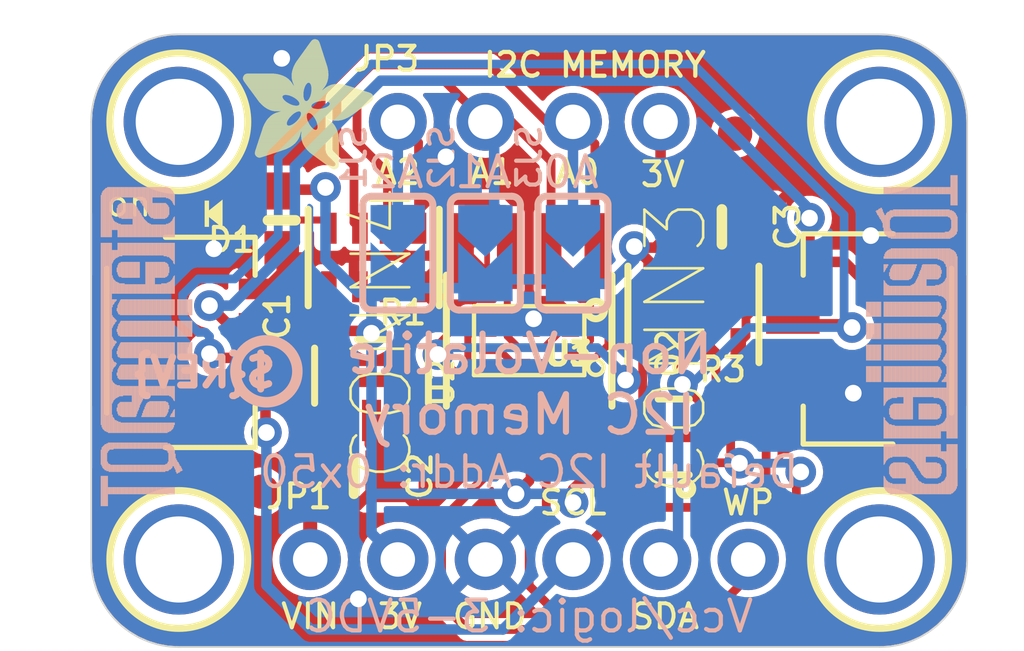
<source format=kicad_pcb>
(kicad_pcb (version 20221018) (generator pcbnew)
  (layers (0 "F.Cu" signal) (31 "B.Cu" signal) (34 "B.Paste" user) (35 "F.Paste" user) (36 "B.SilkS" user "B.Silkscreen") (37 "F.SilkS" user "F.Silkscreen") (38 "B.Mask" user) (39 "F.Mask" user) (44 "Edge.Cuts" user))
  (net 0 "")
  (net 1 "GND")
  (net 2 "SDA")
  (net 3 "SCL")
  (net 4 "SCL_3V")
  (net 5 "SDA_3V")
  (net 6 "3.3V")
  (net 7 "VCC")
  (net 8 "N$1")
  (net 9 "WP")
  (net 10 "A2")
  (net 11 "A1")
  (net 12 "A0")
  (footprint "working:1X04_ROUND" (layer "F.Cu") (at 148.501099 98.6536)
    (fp_text reference "JP3")
    (fp_text value "")
  )
  (footprint "working:SOIC8_150MIL" (layer "F.Cu") (at 148.501099 105.0036 180)
    (fp_text reference "U1")
    (fp_text value "Generic I2C EEPROM")
  )
  (footprint "working:RESPACK_4X0603" (layer "F.Cu") (at 143.992599 102.5906 180)
    (fp_text reference "R1")
    (fp_text value "10K")
  )
  (footprint "working:ADAFRUIT_3.5MM" (layer "F.Cu") (at 140.182599 100.0506)
    (fp_text reference "U$32" hide)
    (fp_text value "" hide)
  )
  (footprint "working:MOUNTINGHOLE_2.5_PLATED" (layer "F.Cu") (at 158.661099 98.6536)
    (fp_text reference "U$17" hide)
    (fp_text value "MOUNTINGHOLE2.5" hide)
  )
  (footprint "working:RESPACK_4X0603" (layer "F.Cu") (at 153.263599 104.2416 180)
    (fp_text reference "R3")
    (fp_text value "10K")
  )
  (footprint "working:SOT363" (layer "F.Cu") (at 152.692099 107.7976 90)
    (fp_text reference "Q2")
    (fp_text value "BSS138")
  )
  (footprint "working:0603-NO" (layer "F.Cu") (at 141.325599 101.5111 -90)
    (fp_text reference "C1")
    (fp_text value "0.1uF")
  )
  (footprint "working:JST_SH4" (layer "F.Cu") (at 138.341099 105.0036 -90)
    (fp_text reference "CONN4")
    (fp_text value "STEMMA_I2C_QT" hide)
  )
  (footprint "working:MOUNTINGHOLE_2.5_PLATED" (layer "F.Cu") (at 138.341099 111.3536)
    (fp_text reference "U$19" hide)
    (fp_text value "MOUNTINGHOLE2.5" hide)
  )
  (footprint "working:USON8" (layer "F.Cu") (at 148.501099 105.0036 180)
    (fp_text reference "U3")
    (fp_text value "Generic I2C EEPROM" hide)
  )
  (footprint "working:0805-NO" (layer "F.Cu") (at 154.089099 101.7016)
    (fp_text reference "C3")
    (fp_text value "10uF")
  )
  (footprint "working:1X06_ROUND_70" (layer "F.Cu") (at 148.501099 111.3536)
    (fp_text reference "JP1")
    (fp_text value "")
  )
  (footprint "working:JST_SH4" (layer "F.Cu") (at 158.661099 105.0036 90)
    (fp_text reference "CONN3")
    (fp_text value "STEMMA_I2C_QT" hide)
  )
  (footprint "working:CHIPLED_0603_NOOUTLINE" (layer "F.Cu") (at 139.357099 101.3206 90)
    (fp_text reference "D1")
    (fp_text value "GREEN")
  )
  (footprint "working:SOT23-5" (layer "F.Cu") (at 143.929099 106.0196)
    (fp_text reference "U2")
    (fp_text value "AP2112K-3.3")
  )
  (footprint "working:MOUNTINGHOLE_2.5_PLATED" (layer "F.Cu") (at 138.341099 98.6536)
    (fp_text reference "U$1" hide)
    (fp_text value "MOUNTINGHOLE2.5" hide)
  )
  (footprint "working:FIDUCIAL_1MM" (layer "F.Cu") (at 154.470099 98.9965)
    (fp_text reference "FID4" hide)
    (fp_text value "FIDUCIAL_1MM" hide)
  )
  (footprint "working:MOUNTINGHOLE_2.5_PLATED" (layer "F.Cu") (at 158.661099 111.3536)
    (fp_text reference "U$21" hide)
    (fp_text value "MOUNTINGHOLE2.5" hide)
  )
  (footprint "working:FIDUCIAL_1MM" (layer "F.Cu") (at 140.754099 109.3851)
    (fp_text reference "FID3" hide)
    (fp_text value "FIDUCIAL_1MM" hide)
  )
  (footprint "working:0805-NO" (layer "F.Cu") (at 143.421099 108.9406)
    (fp_text reference "C2")
    (fp_text value "10uF")
  )
  (footprint "working:PCBFEAT-REV-040" (layer "B.Cu") (at 140.881099 105.8926 180)
    (fp_text reference "U$25" hide)
    (fp_text value "" hide)
  )
  (footprint "working:STEMMAQT" (layer "B.Cu") (at 138.722099 100.5586 -90)
    (fp_text reference "U$31" hide)
    (fp_text value "" hide)
  )
  (footprint "working:SOLDERJUMPER_ARROW_NOPASTE" (layer "B.Cu") (at 147.231099 102.4636 -90)
    (fp_text reference "SJ2")
    (fp_text value "")
  )
  (footprint "working:SOLDERJUMPER_ARROW_NOPASTE" (layer "B.Cu") (at 144.691099 102.4636 -90)
    (fp_text reference "SJ1")
    (fp_text value "")
  )
  (footprint "working:SOLDERJUMPER_ARROW_NOPASTE" (layer "B.Cu") (at 149.771099 102.4636 -90)
    (fp_text reference "SJ3")
    (fp_text value "")
  )
  (footprint "working:STEMMAQT" (layer "B.Cu") (at 158.280099 109.4486 90)
    (fp_text reference "U$30" hide)
    (fp_text value "" hide)
  )
  (gr_arc (start 161.2011 111.353599) (mid 160.457151 113.149651) (end 158.661099 113.8936) (stroke (width 0.05)) (layer "Edge.Cuts"))
  (gr_line (start 161.201099 111.3536) (end 161.201099 98.6536) (stroke (width 0.05)) (layer "Edge.Cuts"))
  (gr_line (start 138.341099 113.8936) (end 158.661099 113.8936) (stroke (width 0.05)) (layer "Edge.Cuts"))
  (gr_arc (start 135.801099 98.6536) (mid 136.545048 96.857549) (end 138.341099 96.1136) (stroke (width 0.05)) (layer "Edge.Cuts"))
  (gr_line (start 135.801099 98.6536) (end 135.801099 111.3536) (stroke (width 0.05)) (layer "Edge.Cuts"))
  (gr_arc (start 158.661099 96.1136) (mid 160.45715 96.857549) (end 161.201099 98.6536) (stroke (width 0.05)) (layer "Edge.Cuts"))
  (gr_line (start 158.661099 96.1136) (end 138.341099 96.1136) (stroke (width 0.05)) (layer "Edge.Cuts"))
  (gr_arc (start 138.3411 113.893599) (mid 136.545048 113.149651) (end 135.801099 111.3536) (stroke (width 0.05)) (layer "Edge.Cuts"))
  (gr_text "Default I2C Addr: 0x50" (at 148.501099 108.8136) (layer "B.SilkS") (effects (font (size 0.89408 0.89408) (thickness 0.12192)) (justify mirror)))
  (gr_text "A2" (at 144.627599 100.1141) (layer "B.SilkS") (effects (font (size 0.89408 0.89408) (thickness 0.12192)) (justify mirror)))
  (gr_text "Vcc/logic: 3-5VDC" (at 148.501099 113.0046) (layer "B.SilkS") (effects (font (size 0.89408 0.89408) (thickness 0.12192)) (justify mirror)))
  (gr_text "A1" (at 147.167599 100.1141) (layer "B.SilkS") (effects (font (size 0.89408 0.89408) (thickness 0.12192)) (justify mirror)))
  (gr_text "Non-Volatile\nI2C Memory" (at 148.501099 106.2736) (layer "B.SilkS") (effects (font (size 1.0922 1.0922) (thickness 0.1778)) (justify mirror)))
  (gr_text "A0" (at 149.707599 100.1141) (layer "B.SilkS") (effects (font (size 0.89408 0.89408) (thickness 0.12192)) (justify mirror)))
  (gr_text "WP" (at 154.851099 109.7026) (layer "F.SilkS") (effects (font (size 0.699008 0.699008) (thickness 0.113792))))
  (gr_text "SDA" (at 152.438099 113.0046) (layer "F.SilkS") (effects (font (size 0.699008 0.699008) (thickness 0.113792))))
  (gr_text "VIN" (at 142.151099 113.0046) (layer "F.SilkS") (effects (font (size 0.699008 0.699008) (thickness 0.113792))))
  (gr_text "SCL" (at 149.771099 109.7026) (layer "F.SilkS") (effects (font (size 0.699008 0.699008) (thickness 0.113792))))
  (gr_text "3V" (at 152.374599 100.1776) (layer "F.SilkS") (effects (font (size 0.699008 0.699008) (thickness 0.113792))))
  (gr_text "3V" (at 144.754599 113.0046) (layer "F.SilkS") (effects (font (size 0.699008 0.699008) (thickness 0.113792))))
  (gr_text "A1" (at 147.421599 100.1141) (layer "F.SilkS") (effects (font (size 0.699008 0.699008) (thickness 0.113792))))
  (gr_text "GND" (at 147.358099 113.0046) (layer "F.SilkS") (effects (font (size 0.699008 0.699008) (thickness 0.113792))))
  (gr_text "on" (at 136.182099 101.4476) (layer "F.SilkS") (effects (font (size 0.715264 0.715264) (thickness 0.097536)) (justify left bottom)))
  (gr_text "A0" (at 149.898099 100.1141) (layer "F.SilkS") (effects (font (size 0.699008 0.699008) (thickness 0.113792))))
  (gr_text "A2" (at 144.691099 100.1141) (layer "F.SilkS") (effects (font (size 0.699008 0.699008) (thickness 0.113792))))
  (gr_text "I2C MEMORY" (at 150.406099 97.0026) (layer "F.SilkS") (effects (font (size 0.69088 0.69088) (thickness 0.12192))))
  (segment (start 143.929099 107.3197) (end 143.929099 107.9906) (width 0.4064) (layer "F.Cu") (net 1))
  (segment (start 141.325599 102.3611) (end 141.325599 103.0331) (width 0.3048) (layer "F.Cu") (net 1))
  (segment (start 141.325599 103.0331) (end 140.855099 103.5036) (width 0.3048) (layer "F.Cu") (net 1))
  (segment (start 144.371099 108.4326) (end 144.371099 108.9406) (width 0.4064) (layer "F.Cu") (net 1))
  (segment (start 141.555099 102.5906) (end 143.294099 102.5906) (width 0.3048) (layer "F.Cu") (net 1))
  (segment (start 143.421099 103.2691) (end 143.592599 103.4406) (width 0.3048) (layer "F.Cu") (net 1))
  (segment (start 139.629681 100.4316) (end 139.992099 100.4316) (width 0.3048) (layer "F.Cu") (net 1))
  (segment (start 141.325599 102.3611) (end 141.555099 102.5906) (width 0.3048) (layer "F.Cu") (net 1))
  (segment (start 144.371099 108.4326) (end 143.929099 107.9906) (width 0.4064) (layer "F.Cu") (net 1))
  (segment (start 143.338499 102.5462) (end 143.421099 102.5462) (width 0.3048) (layer "F.Cu") (net 1))
  (segment (start 139.239281 100.822) (end 139.629681 100.4316) (width 0.3048) (layer "F.Cu") (net 1))
  (segment (start 138.607099 101.3206) (end 139.105699 100.822) (width 0.3048) (layer "F.Cu") (net 1))
  (segment (start 139.105699 100.822) (end 139.239281 100.822) (width 0.3048) (layer "F.Cu") (net 1))
  (segment (start 143.421099 102.5462) (end 143.421099 103.2691) (width 0.3048) (layer "F.Cu") (net 1))
  (segment (start 143.294099 102.5906) (end 143.338499 102.5462) (width 0.3048) (layer "F.Cu") (net 1))
  (via (at 146.088099 99.6696) (size 0.889) (drill 0.4826) (layers "F.Cu" "B.Cu") (net 1))
  (via (at 157.899099 106.5276) (size 0.889) (drill 0.4826) (layers "F.Cu" "B.Cu") (net 1))
  (via (at 148.628099 104.3686) (size 0.889) (drill 0.4826) (layers "F.Cu" "B.Cu") (net 1))
  (via (at 139.357099 102.3366) (size 0.889) (drill 0.4826) (layers "F.Cu" "B.Cu") (net 1))
  (via (at 158.407099 101.9556) (size 0.889) (drill 0.4826) (layers "F.Cu" "B.Cu") (net 1))
  (via (at 143.548099 112.4966) (size 0.889) (drill 0.4826) (layers "F.Cu" "B.Cu") (net 1))
  (via (at 141.325599 96.8121) (size 0.889) (drill 0.4826) (layers "F.Cu" "B.Cu") (net 1))
  (segment (start 139.230099 105.3846) (end 139.349099 105.5036) (width 0.3048) (layer "F.Cu") (net 2))
  (segment (start 156.147099 104.5036) (end 157.741999 104.5036) (width 0.254) (layer "F.Cu") (net 2))
  (segment (start 153.592099 107.0476) (end 153.592099 106.9206) (width 0.254) (layer "F.Cu") (net 2))
  (segment (start 152.863599 105.0916) (end 152.863599 106.1921) (width 0.254) (layer "F.Cu") (net 2))
  (segment (start 153.592099 106.9206) (end 152.945599 106.2741) (width 0.254) (layer "F.Cu") (net 2))
  (segment (start 157.741999 104.5036) (end 157.860999 104.6226) (width 0.254) (layer "F.Cu") (net 2))
  (segment (start 152.945599 106.2741) (end 152.863599 106.1921) (width 0.254) (layer "F.Cu") (net 2))
  (segment (start 140.855099 105.5036) (end 139.349099 105.5036) (width 0.3048) (layer "F.Cu") (net 2))
  (via (at 152.945599 106.2741) (size 0.889) (drill 0.4826) (layers "F.Cu" "B.Cu") (net 2))
  (via (at 139.230099 105.3846) (size 0.889) (drill 0.4826) (layers "F.Cu" "B.Cu") (net 2))
  (via (at 157.860999 104.6226) (size 0.889) (drill 0.4826) (layers "F.Cu" "B.Cu") (net 2))
  (segment (start 141.223999 99.686407) (end 143.933205 96.9772) (width 0.254) (layer "B.Cu") (net 2))
  (segment (start 157.819505 104.6226) (end 157.632399 104.435494) (width 0.254) (layer "B.Cu") (net 2))
  (segment (start 152.818599 110.8461) (end 152.311099 111.3536) (width 0.3048) (layer "B.Cu") (net 2))
  (segment (start 152.818599 106.4011) (end 152.818599 110.8461) (width 0.3048) (layer "B.Cu") (net 2))
  (segment (start 154.851099 104.6226) (end 157.860999 104.6226) (width 0.254) (layer "B.Cu") (net 2))
  (segment (start 153.254292 96.9772) (end 157.632399 101.355307) (width 0.254) (layer "B.Cu") (net 2))
  (segment (start 152.945599 106.2741) (end 152.818599 106.4011) (width 0.3048) (layer "B.Cu") (net 2))
  (segment (start 138.455399 103.666707) (end 138.909206 103.2129) (width 0.254) (layer "B.Cu") (net 2))
  (segment (start 154.851099 104.6226) (end 153.199599 106.2741) (width 0.254) (layer "B.Cu") (net 2))
  (segment (start 139.230099 105.3846) (end 139.230099 104.8766) (width 0.254) (layer "B.Cu") (net 2))
  (segment (start 139.115799 104.7623) (end 138.909206 104.7623) (width 0.254) (layer "B.Cu") (net 2))
  (segment (start 153.254292 96.9772) (end 143.933205 96.9772) (width 0.254) (layer "B.Cu") (net 2))
  (segment (start 141.223999 101.9462) (end 141.223999 99.686407) (width 0.254) (layer "B.Cu") (net 2))
  (segment (start 157.632399 101.355307) (end 157.632399 104.435494) (width 0.254) (layer "B.Cu") (net 2))
  (segment (start 139.957299 103.2129) (end 141.223999 101.9462) (width 0.254) (layer "B.Cu") (net 2))
  (segment (start 138.909206 103.2129) (end 139.957299 103.2129) (width 0.254) (layer "B.Cu") (net 2))
  (segment (start 157.860999 104.6226) (end 157.819505 104.6226) (width 0.254) (layer "B.Cu") (net 2))
  (segment (start 138.909206 104.7623) (end 138.455399 104.308494) (width 0.254) (layer "B.Cu") (net 2))
  (segment (start 138.455399 104.308494) (end 138.455399 103.666707) (width 0.254) (layer "B.Cu") (net 2))
  (segment (start 139.230099 104.8766) (end 139.115799 104.7623) (width 0.254) (layer "B.Cu") (net 2))
  (segment (start 152.945599 106.2741) (end 153.199599 106.2741) (width 0.254) (layer "B.Cu") (net 2))
  (segment (start 151.792099 108.5476) (end 151.792099 109.3326) (width 0.254) (layer "F.Cu") (net 3))
  (segment (start 140.881099 107.6706) (end 140.855099 107.6446) (width 0.3048) (layer "F.Cu") (net 3))
  (segment (start 154.787899 104.8673) (end 154.787899 104.320825) (width 0.254) (layer "F.Cu") (net 3))
  (segment (start 155.605124 103.5036) (end 156.147099 103.5036) (width 0.254) (layer "F.Cu") (net 3))
  (segment (start 154.563599 106.228519) (end 154.800299 106.465219) (width 0.254) (layer "F.Cu") (net 3))
  (segment (start 154.800299 107.3658) (end 155.371799 107.9373) (width 0.254) (layer "F.Cu") (net 3))
  (segment (start 155.371799 107.9373) (end 155.371799 109.388493) (width 0.254) (layer "F.Cu") (net 3))
  (segment (start 154.917992 109.8423) (end 152.323799 109.8423) (width 0.254) (layer "F.Cu") (net 3))
  (segment (start 154.563599 105.0916) (end 154.563599 106.228519) (width 0.254) (layer "F.Cu") (net 3))
  (segment (start 154.563599 105.0916) (end 154.787899 104.8673) (width 0.254) (layer "F.Cu") (net 3))
  (segment (start 151.803099 109.3216) (end 151.792099 109.3326) (width 0.254) (layer "F.Cu") (net 3))
  (segment (start 154.787899 104.320825) (end 155.605124 103.5036) (width 0.254) (layer "F.Cu") (net 3))
  (segment (start 154.800299 106.465219) (end 154.800299 107.3658) (width 0.254) (layer "F.Cu") (net 3))
  (segment (start 152.323799 109.8423) (end 151.803099 109.3216) (width 0.254) (layer "F.Cu") (net 3))
  (segment (start 140.855099 106.5036) (end 140.855099 107.6446) (width 0.3048) (layer "F.Cu") (net 3))
  (segment (start 155.371799 109.388493) (end 154.917992 109.8423) (width 0.254) (layer "F.Cu") (net 3))
  (segment (start 151.792099 109.3326) (end 149.771099 111.3536) (width 0.254) (layer "F.Cu") (net 3))
  (via (at 140.881099 107.6706) (size 0.889) (drill 0.4826) (layers "F.Cu" "B.Cu") (net 3))
  (segment (start 142.168967 113.3856) (end 147.739099 113.3856) (width 0.3048) (layer "B.Cu") (net 3))
  (segment (start 147.739099 113.3856) (end 149.771099 111.3536) (width 0.3048) (layer "B.Cu") (net 3))
  (segment (start 140.881099 112.097731) (end 142.168967 113.3856) (width 0.3048) (layer "B.Cu") (net 3))
  (segment (start 140.881099 107.6706) (end 140.881099 112.097731) (width 0.3048) (layer "B.Cu") (net 3))
  (segment (start 147.301099 104.7536) (end 146.846099 104.7536) (width 0.2032) (layer "F.Cu") (net 4))
  (segment (start 147.866099 107.6036) (end 147.866099 108.3056) (width 0.254) (layer "F.Cu") (net 4))
  (segment (start 147.866099 108.3056) (end 145.961099 110.2106) (width 0.254) (layer "F.Cu") (net 4))
  (segment (start 153.663599 105.0916) (end 153.917599 105.3456) (width 0.254) (layer "F.Cu") (net 4))
  (segment (start 156.248099 112.2426) (end 156.248099 108.9406) (width 0.254) (layer "F.Cu") (net 4))
  (segment (start 153.592099 108.5476) (end 154.228099 108.5476) (width 0.254) (layer "F.Cu") (net 4))
  (segment (start 146.924849 106.1959) (end 147.280399 106.1959) (width 0.2032) (layer "F.Cu") (net 4))
  (segment (start 153.917599 106.2291) (end 154.343099 106.6546) (width 0.254) (layer "F.Cu") (net 4))
  (segment (start 154.597099 108.5596) (end 154.343099 108.3056) (width 0.254) (layer "F.Cu") (net 4))
  (segment (start 147.866099 106.7816) (end 147.866099 107.6036) (width 0.2032) (layer "F.Cu") (net 4))
  (segment (start 155.105099 113.3856) (end 156.248099 112.2426) (width 0.254) (layer "F.Cu") (net 4))
  (segment (start 147.280399 106.1959) (end 147.866099 106.7816) (width 0.2032) (layer "F.Cu") (net 4))
  (segment (start 153.917599 105.3456) (end 153.917599 106.2291) (width 0.254) (layer "F.Cu") (net 4))
  (segment (start 146.723099 104.8766) (end 146.723099 105.99415) (width 0.2032) (layer "F.Cu") (net 4))
  (segment (start 146.723099 113.3856) (end 155.105099 113.3856) (width 0.254) (layer "F.Cu") (net 4))
  (segment (start 154.228099 108.5476) (end 154.343099 108.4326) (width 0.254) (layer "F.Cu") (net 4))
  (segment (start 146.846099 104.7536) (end 146.723099 104.8766) (width 0.2032) (layer "F.Cu") (net 4))
  (segment (start 145.961099 110.2106) (end 145.961099 112.6236) (width 0.254) (layer "F.Cu") (net 4))
  (segment (start 154.343099 108.3056) (end 154.343099 106.6546) (width 0.254) (layer "F.Cu") (net 4))
  (segment (start 156.248099 108.9406) (end 156.375099 108.8136) (width 0.254) (layer "F.Cu") (net 4))
  (segment (start 154.343099 108.4326) (end 154.343099 108.3056) (width 0.254) (layer "F.Cu") (net 4))
  (segment (start 146.723099 105.99415) (end 146.924849 106.1959) (width 0.2032) (layer "F.Cu") (net 4))
  (segment (start 145.961099 112.6236) (end 146.723099 113.3856) (width 0.254) (layer "F.Cu") (net 4))
  (via (at 154.597099 108.5596) (size 0.889) (drill 0.4826) (layers "F.Cu" "B.Cu") (net 4))
  (via (at 156.375099 108.8136) (size 0.889) (drill 0.4826) (layers "F.Cu" "B.Cu") (net 4))
  (segment (start 156.121099 108.5596) (end 154.597099 108.5596) (width 0.254) (layer "B.Cu") (net 4))
  (segment (start 156.375099 108.8136) (end 156.121099 108.5596) (width 0.254) (layer "B.Cu") (net 4))
  (segment (start 145.856042 105.108657) (end 145.856042 105.406544) (width 0.2032) (layer "F.Cu") (net 5))
  (segment (start 147.301099 104.2536) (end 146.711099 104.2536) (width 0.2032) (layer "F.Cu") (net 5))
  (segment (start 146.711099 104.2536) (end 145.856042 105.108657) (width 0.2032) (layer "F.Cu") (net 5))
  (segment (start 151.792099 105.2631) (end 151.792099 106.1466) (width 0.254) (layer "F.Cu") (net 5))
  (segment (start 151.963599 105.0916) (end 151.792099 105.2631) (width 0.254) (layer "F.Cu") (net 5))
  (segment (start 146.316699 106.162488) (end 146.316699 105.8672) (width 0.2032) (layer "F.Cu") (net 5))
  (segment (start 146.596099 106.441888) (end 146.316699 106.162488) (width 0.2032) (layer "F.Cu") (net 5))
  (segment (start 146.316699 105.8672) (end 145.856042 105.406544) (width 0.2032) (layer "F.Cu") (net 5))
  (segment (start 151.295099 106.1466) (end 151.792099 106.1466) (width 0.254) (layer "F.Cu") (net 5))
  (segment (start 151.792099 106.1466) (end 151.792099 107.0476) (width 0.254) (layer "F.Cu") (net 5))
  (segment (start 146.596099 107.6036) (end 146.596099 106.441888) (width 0.2032) (layer "F.Cu") (net 5))
  (via (at 145.856042 105.406544) (size 0.889) (drill 0.4826) (layers "F.Cu" "B.Cu") (net 5))
  (via (at 151.295099 106.1466) (size 0.889) (drill 0.4826) (layers "F.Cu" "B.Cu") (net 5))
  (segment (start 145.856042 105.406544) (end 146.055786 105.2068) (width 0.254) (layer "B.Cu") (net 5))
  (segment (start 151.295099 106.0196) (end 150.482299 105.2068) (width 0.254) (layer "B.Cu") (net 5))
  (segment (start 151.295099 106.1466) (end 151.295099 106.0196) (width 0.254) (layer "B.Cu") (net 5))
  (segment (start 150.482299 105.2068) (end 146.055786 105.2068) (width 0.254) (layer "B.Cu") (net 5))
  (segment (start 148.501099 106.2736) (end 148.501099 109.0676) (width 0.2032) (layer "F.Cu") (net 6))
  (segment (start 150.903099 107.4166) (end 150.219099 107.4166) (width 0.3048) (layer "F.Cu") (net 6))
  (segment (start 152.311099 98.6536) (end 152.311099 100.8736) (width 0.3048) (layer "F.Cu") (net 6))
  (segment (start 142.595599 100.5586) (end 142.532099 100.6221) (width 0.3048) (layer "F.Cu") (net 6))
  (segment (start 142.532099 100.6221) (end 141.364599 100.6221) (width 0.3048) (layer "F.Cu") (net 6))
  (segment (start 148.374099 106.1466) (end 148.501099 106.2736) (width 0.2032) (layer "F.Cu") (net 6))
  (segment (start 147.866095 106.146597) (end 148.374099 106.1466) (width 0.2032) (layer "F.Cu") (net 6))
  (segment (start 151.792099 107.7976) (end 151.284099 107.7976) (width 0.3048) (layer "F.Cu") (net 6))
  (segment (start 147.473099 105.7536) (end 147.866095 106.146597) (width 0.2032) (layer "F.Cu") (net 6))
  (segment (start 153.169599 101.6711) (end 152.979099 101.4806) (width 0.3048) (layer "F.Cu") (net 6))
  (segment (start 150.406099 107.6036) (end 150.406099 108.6866) (width 0.3048) (layer "F.Cu") (net 6))
  (segment (start 151.284099 107.7976) (end 150.903099 107.4166) (width 0.3048) (layer "F.Cu") (net 6))
  (segment (start 150.219099 107.4166) (end 150.406099 107.6036) (width 0.3048) (layer "F.Cu") (net 6))
  (segment (start 148.501099 109.0676) (end 148.120099 109.4486) (width 0.3048) (layer "F.Cu") (net 6))
  (segment (start 151.580849 102.30485) (end 151.549099 102.2731) (width 0.3048) (layer "F.Cu") (net 6))
  (segment (start 151.792099 107.7976) (end 153.592099 107.7976) (width 0.3048) (layer "F.Cu") (net 6))
  (segment (start 152.154849 102.30485) (end 151.580849 102.30485) (width 0.3048) (layer "F.Cu") (net 6))
  (segment (start 151.963599 103.3916) (end 151.963599 102.6876) (width 0.3048) (layer "F.Cu") (net 6))
  (segment (start 153.663599 102.1651) (end 153.169599 101.6711) (width 0.3048) (layer "F.Cu") (net 6))
  (segment (start 141.325599 100.6611) (end 141.364599 100.6221) (width 0.3048) (layer "F.Cu") (net 6))
  (segment (start 151.963599 102.6876) (end 151.580849 102.30485) (width 0.3048) (layer "F.Cu") (net 6))
  (segment (start 152.311099 100.8736) (end 153.139099 101.7016) (width 0.3048) (layer "F.Cu") (net 6))
  (segment (start 152.979099 101.4806) (end 152.154849 102.30485) (width 0.3048) (layer "F.Cu") (net 6))
  (segment (start 147.301099 105.7536) (end 147.473099 105.7536) (width 0.2032) (layer "F.Cu") (net 6))
  (segment (start 153.663599 103.3916) (end 153.663599 102.1651) (width 0.3048) (layer "F.Cu") (net 6))
  (segment (start 143.860899 104.7195) (end 143.929099 104.7877) (width 0.3048) (layer "F.Cu") (net 6))
  (segment (start 142.692599 104.433) (end 142.979099 104.7195) (width 0.3048) (layer "F.Cu") (net 6))
  (segment (start 142.979099 104.7195) (end 143.860899 104.7195) (width 0.3048) (layer "F.Cu") (net 6))
  (segment (start 149.771099 109.3216) (end 149.771099 109.7026) (width 0.3048) (layer "F.Cu") (net 6))
  (segment (start 142.692599 103.4406) (end 142.692599 104.433) (width 0.3048) (layer "F.Cu") (net 6))
  (segment (start 150.406099 108.6866) (end 149.771099 109.3216) (width 0.3048) (layer "F.Cu") (net 6))
  (segment (start 153.139099 101.7016) (end 153.169599 101.6711) (width 0.3048) (layer "F.Cu") (net 6))
  (via (at 149.771099 109.7026) (size 0.889) (drill 0.4826) (layers "F.Cu" "B.Cu") (net 6))
  (via (at 142.595599 100.5586) (size 0.889) (drill 0.4826) (layers "F.Cu" "B.Cu") (net 6))
  (via (at 151.549099 102.2731) (size 0.889) (drill 0.4826) (layers "F.Cu" "B.Cu") (net 6))
  (via (at 143.929099 104.7877) (size 0.889) (drill 0.4826) (layers "F.Cu" "B.Cu") (net 6))
  (via (at 148.120099 109.4486) (size 0.889) (drill 0.4826) (layers "F.Cu" "B.Cu") (net 6))
  (segment (start 151.549099 102.6541) (end 150.850599 103.3526) (width 0.3048) (layer "B.Cu") (net 6))
  (segment (start 143.992599 109.4486) (end 143.929099 109.5121) (width 0.3048) (layer "B.Cu") (net 6))
  (segment (start 142.595599 102.6541) (end 143.548099 103.6066) (width 0.3048) (layer "B.Cu") (net 6))
  (segment (start 151.549099 102.6541) (end 151.549099 102.2731) (width 0.3048) (layer "B.Cu") (net 6))
  (segment (start 147.231099 103.4796) (end 144.691099 103.4796) (width 0.3048) (layer "B.Cu") (net 6))
  (segment (start 149.898099 103.3526) (end 149.644099 103.3526) (width 0.3048) (layer "B.Cu") (net 6))
  (segment (start 147.231099 103.4796) (end 147.485099 103.2256) (width 0.3048) (layer "B.Cu") (net 6))
  (segment (start 143.929099 110.5916) (end 143.929099 109.5121) (width 0.3048) (layer "B.Cu") (net 6))
  (segment (start 144.691099 103.4796) (end 143.929099 103.4796) (width 0.3048) (layer "B.Cu") (net 6))
  (segment (start 149.771099 103.4796) (end 149.898099 103.3526) (width 0.3048) (layer "B.Cu") (net 6))
  (segment (start 143.929099 109.5121) (end 143.929099 104.7877) (width 0.3048) (layer "B.Cu") (net 6))
  (segment (start 143.929099 103.6066) (end 143.929099 104.7877) (width 0.3048) (layer "B.Cu") (net 6))
  (segment (start 143.929099 103.4796) (end 143.929099 103.6066) (width 0.3048) (layer "B.Cu") (net 6))
  (segment (start 149.517099 103.2256) (end 149.644099 103.3526) (width 0.3048) (layer "B.Cu") (net 6))
  (segment (start 149.771099 109.7026) (end 149.517099 109.4486) (width 0.3048) (layer "B.Cu") (net 6))
  (segment (start 149.517099 109.4486) (end 148.120099 109.4486) (width 0.3048) (layer "B.Cu") (net 6))
  (segment (start 144.691099 111.3536) (end 143.929099 110.5916) (width 0.3048) (layer "B.Cu") (net 6))
  (segment (start 143.548099 103.6066) (end 143.929099 103.6066) (width 0.3048) (layer "B.Cu") (net 6))
  (segment (start 142.595599 100.5586) (end 142.595599 102.6541) (width 0.3048) (layer "B.Cu") (net 6))
  (segment (start 147.485099 103.2256) (end 149.517099 103.2256) (width 0.3048) (layer "B.Cu") (net 6))
  (segment (start 149.771099 103.4796) (end 149.644099 103.3526) (width 0.3048) (layer "B.Cu") (net 6))
  (segment (start 150.850599 103.3526) (end 149.898099 103.3526) (width 0.3048) (layer "B.Cu") (net 6))
  (segment (start 148.120099 109.4486) (end 143.992599 109.4486) (width 0.3048) (layer "B.Cu") (net 6))
  (segment (start 156.629099 101.4476) (end 156.629099 102.3366) (width 0.3048) (layer "F.Cu") (net 7))
  (segment (start 154.563599 102.8446) (end 156.121099 102.8446) (width 0.3048) (layer "F.Cu") (net 7))
  (segment (start 154.563599 103.7671) (end 154.563599 103.3916) (width 0.3048) (layer "F.Cu") (net 7))
  (segment (start 142.471099 108.9406) (end 142.471099 108.5897) (width 0.4064) (layer "F.Cu") (net 7))
  (segment (start 152.863599 103.3916) (end 152.863599 104.1591) (width 0.3048) (layer "F.Cu") (net 7))
  (segment (start 140.855099 104.5036) (end 139.746099 104.5036) (width 0.3048) (layer "F.Cu") (net 7))
  (segment (start 157.645099 102.7176) (end 158.661099 103.7336) (width 0.3048) (layer "F.Cu") (net 7))
  (segment (start 142.151099 111.3536) (end 142.151099 110.0836) (width 0.4064) (layer "F.Cu") (net 7))
  (segment (start 142.151099 105.6386) (end 142.151099 104.7496) (width 0.3048) (layer "F.Cu") (net 7))
  (segment (start 142.659099 106.1466) (end 142.151099 105.6386) (width 0.3048) (layer "F.Cu") (net 7))
  (segment (start 144.879099 107.3197) (end 144.879099 106.1466) (width 0.4064) (layer "F.Cu") (net 7))
  (segment (start 158.661099 105.1306) (end 158.288099 105.5036) (width 0.3048) (layer "F.Cu") (net 7))
  (segment (start 144.879099 106.1466) (end 142.913099 106.1466) (width 0.4064) (layer "F.Cu") (net 7))
  (segment (start 141.905099 104.5036) (end 140.855099 104.5036) (width 0.3048) (layer "F.Cu") (net 7))
  (segment (start 158.288099 105.5036) (end 156.147099 105.5036) (width 0.3048) (layer "F.Cu") (net 7))
  (segment (start 142.913099 106.1466) (end 142.913099 107.2537) (width 0.4064) (layer "F.Cu") (net 7))
  (segment (start 156.248099 102.7176) (end 156.121099 102.8446) (width 0.3048) (layer "F.Cu") (net 7))
  (segment (start 142.151099 104.7496) (end 141.905099 104.5036) (width 0.3048) (layer "F.Cu") (net 7))
  (segment (start 142.471099 109.7636) (end 142.471099 108.9406) (width 0.4064) (layer "F.Cu") (net 7))
  (segment (start 156.248099 102.7176) (end 157.645099 102.7176) (width 0.3048) (layer "F.Cu") (net 7))
  (segment (start 152.946099 104.2416) (end 154.089099 104.2416) (width 0.3048) (layer "F.Cu") (net 7))
  (segment (start 142.913099 107.2537) (end 142.979099 107.3197) (width 0.4064) (layer "F.Cu") (net 7))
  (segment (start 142.979099 108.0817) (end 142.471099 108.5897) (width 0.4064) (layer "F.Cu") (net 7))
  (segment (start 158.661099 103.7336) (end 158.661099 105.1306) (width 0.3048) (layer "F.Cu") (net 7))
  (segment (start 142.979099 108.0817) (end 142.979099 107.3197) (width 0.4064) (layer "F.Cu") (net 7))
  (segment (start 142.151099 110.0836) (end 142.471099 109.7636) (width 0.4064) (layer "F.Cu") (net 7))
  (segment (start 142.913099 106.1466) (end 142.659099 106.1466) (width 0.3048) (layer "F.Cu") (net 7))
  (segment (start 156.629099 102.3366) (end 156.248099 102.7176) (width 0.3048) (layer "F.Cu") (net 7))
  (segment (start 139.746099 104.5036) (end 139.230099 103.9876) (width 0.3048) (layer "F.Cu") (net 7))
  (segment (start 152.863599 104.1591) (end 152.946099 104.2416) (width 0.3048) (layer "F.Cu") (net 7))
  (segment (start 154.563599 103.3916) (end 154.563599 102.8446) (width 0.3048) (layer "F.Cu") (net 7))
  (segment (start 154.089099 104.2416) (end 154.563599 103.7671) (width 0.3048) (layer "F.Cu") (net 7))
  (via (at 156.629099 101.4476) (size 0.889) (drill 0.4826) (layers "F.Cu" "B.Cu") (net 7))
  (via (at 139.230099 103.9876) (size 0.889) (drill 0.4826) (layers "F.Cu" "B.Cu") (net 7))
  (segment (start 144.196605 97.4598) (end 141.706599 99.949807) (width 0.3048) (layer "B.Cu") (net 7))
  (segment (start 141.706599 102.1461) (end 139.865099 103.9876) (width 0.3048) (layer "B.Cu") (net 7))
  (segment (start 156.629099 101.1936) (end 152.895299 97.4598) (width 0.3048) (layer "B.Cu") (net 7))
  (segment (start 156.629099 101.4476) (end 156.629099 101.1936) (width 0.3048) (layer "B.Cu") (net 7))
  (segment (start 152.895299 97.4598) (end 144.196605 97.4598) (width 0.3048) (layer "B.Cu") (net 7))
  (segment (start 141.706599 99.949807) (end 141.706599 102.1461) (width 0.3048) (layer "B.Cu") (net 7))
  (segment (start 139.865099 103.9876) (end 139.230099 103.9876) (width 0.3048) (layer "B.Cu") (net 7))
  (segment (start 140.508849 101.5034) (end 142.518899 101.5034) (width 0.2032) (layer "F.Cu") (net 8))
  (segment (start 142.518899 101.5034) (end 142.692599 101.6771) (width 0.2032) (layer "F.Cu") (net 8))
  (segment (start 142.692599 101.6771) (end 142.692599 101.7406) (width 0.254) (layer "F.Cu") (net 8))
  (segment (start 140.326049 101.3206) (end 140.508849 101.5034) (width 0.2032) (layer "F.Cu") (net 8))
  (segment (start 140.107099 101.3206) (end 140.326049 101.3206) (width 0.2032) (layer "F.Cu") (net 8))
  (segment (start 148.497099 105.6346) (end 147.999599 105.6346) (width 0.2032) (layer "F.Cu") (net 9))
  (segment (start 149.136099 108.734007) (end 148.996399 108.873707) (width 0.254) (layer "F.Cu") (net 9))
  (segment (start 149.136099 106.2736) (end 149.136099 107.6036) (width 0.2032) (layer "F.Cu") (net 9))
  (segment (start 147.999599 105.6346) (end 147.618599 105.2536) (width 0.2032) (layer "F.Cu") (net 9))
  (segment (start 148.501099 112.1156) (end 148.501099 110.4646) (width 0.254) (layer "F.Cu") (net 9))
  (segment (start 149.136099 107.6036) (end 149.136099 108.734007) (width 0.2032) (layer "F.Cu") (net 9))
  (segment (start 154.851099 111.8616) (end 154.851099 111.3536) (width 0.254) (layer "F.Cu") (net 9))
  (segment (start 147.301099 105.2536) (end 147.618599 105.2536) (width 0.2032) (layer "F.Cu") (net 9))
  (segment (start 148.501099 112.1156) (end 149.136099 112.7506) (width 0.254) (layer "F.Cu") (net 9))
  (segment (start 153.962099 112.7506) (end 154.851099 111.8616) (width 0.254) (layer "F.Cu") (net 9))
  (segment (start 148.497099 105.6346) (end 149.136099 106.2736) (width 0.2032) (layer "F.Cu") (net 9))
  (segment (start 148.996399 109.9693) (end 148.996399 108.873707) (width 0.254) (layer "F.Cu") (net 9))
  (segment (start 149.136099 112.7506) (end 153.962099 112.7506) (width 0.254) (layer "F.Cu") (net 9))
  (segment (start 148.501099 110.4646) (end 148.996399 109.9693) (width 0.254) (layer "F.Cu") (net 9))
  (segment (start 145.292599 99.2551) (end 144.691099 98.6536) (width 0.254) (layer "F.Cu") (net 10))
  (segment (start 147.358099 100.9396) (end 145.580099 100.9396) (width 0.254) (layer "F.Cu") (net 10))
  (segment (start 147.866099 102.4036) (end 147.866099 101.4476) (width 0.254) (layer "F.Cu") (net 10))
  (segment (start 149.383599 104.7536) (end 148.939099 105.1981) (width 0.2032) (layer "F.Cu") (net 10))
  (segment (start 145.292599 101.7406) (end 145.292599 99.2551) (width 0.254) (layer "F.Cu") (net 10))
  (segment (start 147.866099 102.4036) (end 147.866099 104.8766) (width 0.2032) (layer "F.Cu") (net 10))
  (segment (start 145.292599 101.2271) (end 145.292599 101.7406) (width 0.254) (layer "F.Cu") (net 10))
  (segment (start 147.866099 104.8766) (end 148.187599 105.1981) (width 0.2032) (layer "F.Cu") (net 10))
  (segment (start 145.580099 100.9396) (end 145.292599 101.2271) (width 0.254) (layer "F.Cu") (net 10))
  (segment (start 149.383599 104.7536) (end 149.701099 104.7536) (width 0.2032) (layer "F.Cu") (net 10))
  (segment (start 147.866099 101.4476) (end 147.358099 100.9396) (width 0.254) (layer "F.Cu") (net 10))
  (segment (start 148.939099 105.1981) (end 148.187599 105.1981) (width 0.2032) (layer "F.Cu") (net 10))
  (segment (start 144.691099 101.4476) (end 144.669924 101.426425) (width 0.3048) (layer "B.Cu") (net 10))
  (segment (start 144.691099 101.3841) (end 144.665117 101.410082) (width 0.3048) (layer "B.Cu") (net 10))
  (segment (start 144.691099 101.3841) (end 144.691099 98.6536) (width 0.3048) (layer "B.Cu") (net 10))
  (segment (start 144.669924 101.426425) (end 144.665117 101.410082) (width 0.3048) (layer "B.Cu") (net 10))
  (segment (start 144.139499 97.4852) (end 146.062699 97.4852) (width 0.254) (layer "F.Cu") (net 11))
  (segment (start 149.136099 99.7966) (end 149.136099 102.4036) (width 0.254) (layer "F.Cu") (net 11))
  (segment (start 149.801299 103.0688) (end 149.801299 103.62985) (width 0.2032) (layer "F.Cu") (net 11))
  (segment (start 143.509099 99.2496) (end 144.392599 100.1331) (width 0.254) (layer "F.Cu") (net 11))
  (segment (start 149.758799 105.1959) (end 150.077349 105.1959) (width 0.2032) (layer "F.Cu") (net 11))
  (segment (start 150.279099 104.99415) (end 150.077349 105.1959) (width 0.2032) (layer "F.Cu") (net 11))
  (segment (start 146.062699 97.4852) (end 147.231099 98.6536) (width 0.254) (layer "F.Cu") (net 11))
  (segment (start 149.801299 103.62985) (end 149.979849 103.8084) (width 0.2032) (layer "F.Cu") (net 11))
  (segment (start 149.136099 102.4036) (end 149.801299 103.0688) (width 0.2032) (layer "F.Cu") (net 11))
  (segment (start 143.509099 98.1156) (end 143.509099 99.2496) (width 0.254) (layer "F.Cu") (net 11))
  (segment (start 150.279099 103.8084) (end 150.279099 104.99415) (width 0.2032) (layer "F.Cu") (net 11))
  (segment (start 147.231099 98.6536) (end 147.993099 98.6536) (width 0.254) (layer "F.Cu") (net 11))
  (segment (start 149.979849 103.8084) (end 150.279099 103.8084) (width 0.2032) (layer "F.Cu") (net 11))
  (segment (start 144.139499 97.4852) (end 143.509099 98.1156) (width 0.254) (layer "F.Cu") (net 11))
  (segment (start 149.136099 99.7966) (end 147.993099 98.6536) (width 0.254) (layer "F.Cu") (net 11))
  (segment (start 144.392599 100.1331) (end 144.392599 101.7406) (width 0.254) (layer "F.Cu") (net 11))
  (segment (start 149.701099 105.2536) (end 149.758799 105.1959) (width 0.2032) (layer "F.Cu") (net 11))
  (segment (start 147.485099 98.9076) (end 147.231099 98.6536) (width 0.3048) (layer "B.Cu") (net 11))
  (segment (start 147.485099 98.9076) (end 147.485099 101.1936) (width 0.3048) (layer "B.Cu") (net 11))
  (segment (start 147.231099 101.4476) (end 147.485099 101.1936) (width 0.3048) (layer "B.Cu") (net 11))
  (segment (start 142.925799 98.0059) (end 142.925799 99.4283) (width 0.254) (layer "F.Cu") (net 12))
  (segment (start 150.787099 105.1306) (end 150.787099 102.7846) (width 0.2032) (layer "F.Cu") (net 12))
  (segment (start 149.009099 98.6536) (end 149.771099 98.6536) (width 0.254) (layer "F.Cu") (net 12))
  (segment (start 143.421099 101.5691) (end 143.592599 101.7406) (width 0.254) (layer "F.Cu") (net 12))
  (segment (start 142.925799 98.0059) (end 143.929099 97.0026) (width 0.254) (layer "F.Cu") (net 12))
  (segment (start 150.406099 99.2886) (end 150.406099 102.4036) (width 0.254) (layer "F.Cu") (net 12))
  (segment (start 150.164099 105.7536) (end 150.787099 105.1306) (width 0.2032) (layer "F.Cu") (net 12))
  (segment (start 142.925799 99.4283) (end 143.421099 99.9236) (width 0.254) (layer "F.Cu") (net 12))
  (segment (start 150.787099 102.7846) (end 150.406099 102.4036) (width 0.2032) (layer "F.Cu") (net 12))
  (segment (start 149.771099 98.6536) (end 150.406099 99.2886) (width 0.254) (layer "F.Cu") (net 12))
  (segment (start 143.929099 97.0026) (end 147.358099 97.0026) (width 0.254) (layer "F.Cu") (net 12))
  (segment (start 149.009099 98.6536) (end 147.358099 97.0026) (width 0.254) (layer "F.Cu") (net 12))
  (segment (start 149.701099 105.7536) (end 150.164099 105.7536) (width 0.2032) (layer "F.Cu") (net 12))
  (segment (start 143.421099 99.9236) (end 143.421099 101.5691) (width 0.254) (layer "F.Cu") (net 12))
  (segment (start 149.771099 101.4476) (end 149.771099 98.6536) (width 0.3048) (layer "B.Cu") (net 12))
  (zone (net 1) (net_name "GND") (layer "F.Cu") (priority 6) (connect_pads (clearance 0.000001)) (min_thickness 0.127) (fill yes (thermal_gap 0.304) (thermal_bridge_width 0.304))
    (polygon (pts (xy 161.328099 114.0206) (xy 135.674099 114.0206) (xy 135.674099 95.9866) (xy 161.328099 95.9866)))
  )
  (zone (net 1) (net_name "GND") (layer "B.Cu") (priority 6) (connect_pads (clearance 0.000001)) (min_thickness 0.127) (fill yes (thermal_gap 0.304) (thermal_bridge_width 0.304))
    (polygon (pts (xy 161.328099 114.0206) (xy 135.674099 114.0206) (xy 135.674099 95.9866) (xy 161.328099 95.9866)))
  )
)
</source>
